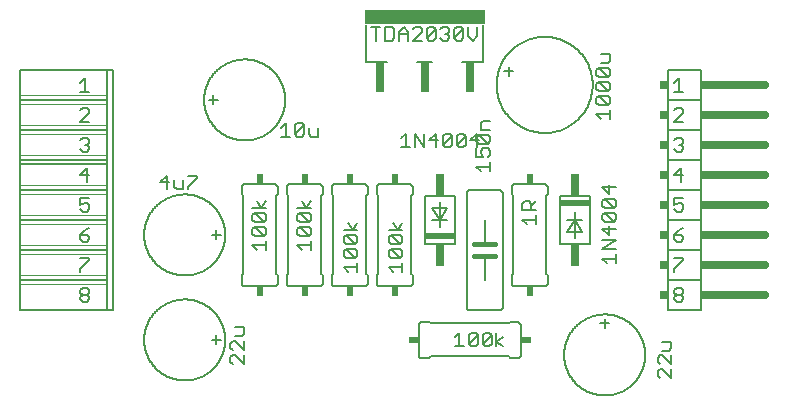
<source format=gbr>
G04 EAGLE Gerber X2 export*
G04 #@! %TF.Part,Single*
G04 #@! %TF.FileFunction,Legend,Top,1*
G04 #@! %TF.FilePolarity,Positive*
G04 #@! %TF.GenerationSoftware,Autodesk,EAGLE,9.0.0*
G04 #@! %TF.CreationDate,2019-08-08T19:11:55Z*
G75*
%MOMM*%
%FSLAX34Y34*%
%LPD*%
%AMOC8*
5,1,8,0,0,1.08239X$1,22.5*%
G01*
%ADD10C,0.152400*%
%ADD11C,0.127000*%
%ADD12R,10.160000X1.270000*%
%ADD13R,0.762000X2.540000*%
%ADD14R,0.609600X0.863600*%
%ADD15R,0.863600X0.609600*%
%ADD16R,2.540000X0.508000*%
%ADD17R,0.762000X1.905000*%
%ADD18C,0.406400*%
%ADD19C,0.050800*%
%ADD20C,0.660400*%
%ADD21R,0.762000X0.660400*%
%ADD22R,0.660400X0.660400*%


D10*
X417830Y285750D02*
X417830Y317500D01*
X318770Y317500D02*
X318770Y285750D01*
X336550Y285750D01*
X361950Y285750D02*
X374650Y285750D01*
X400050Y285750D02*
X417830Y285750D01*
D11*
X327028Y304165D02*
X327028Y315605D01*
X323215Y315605D02*
X330842Y315605D01*
X334909Y315605D02*
X334909Y304165D01*
X340629Y304165D01*
X342535Y306072D01*
X342535Y313698D01*
X340629Y315605D01*
X334909Y315605D01*
X346603Y311792D02*
X346603Y304165D01*
X346603Y311792D02*
X350416Y315605D01*
X354229Y311792D01*
X354229Y304165D01*
X354229Y309885D02*
X346603Y309885D01*
X358297Y304165D02*
X365923Y304165D01*
X358297Y304165D02*
X365923Y311792D01*
X365923Y313698D01*
X364017Y315605D01*
X360204Y315605D01*
X358297Y313698D01*
X369991Y313698D02*
X369991Y306072D01*
X369991Y313698D02*
X371898Y315605D01*
X375711Y315605D01*
X377617Y313698D01*
X377617Y306072D01*
X375711Y304165D01*
X371898Y304165D01*
X369991Y306072D01*
X377617Y313698D01*
X381685Y313698D02*
X383591Y315605D01*
X387405Y315605D01*
X389311Y313698D01*
X389311Y311792D01*
X387405Y309885D01*
X385498Y309885D01*
X387405Y309885D02*
X389311Y307978D01*
X389311Y306072D01*
X387405Y304165D01*
X383591Y304165D01*
X381685Y306072D01*
X393379Y306072D02*
X393379Y313698D01*
X395285Y315605D01*
X399099Y315605D01*
X401005Y313698D01*
X401005Y306072D01*
X399099Y304165D01*
X395285Y304165D01*
X393379Y306072D01*
X401005Y313698D01*
X405073Y315605D02*
X405073Y307978D01*
X408886Y304165D01*
X412699Y307978D01*
X412699Y315605D01*
D12*
X368300Y323850D03*
D13*
X330200Y273050D03*
X368300Y273050D03*
X406400Y273050D03*
D10*
X243840Y180340D02*
X243838Y180440D01*
X243832Y180539D01*
X243822Y180639D01*
X243809Y180737D01*
X243791Y180836D01*
X243770Y180933D01*
X243745Y181029D01*
X243716Y181125D01*
X243683Y181219D01*
X243647Y181312D01*
X243607Y181403D01*
X243563Y181493D01*
X243516Y181581D01*
X243466Y181667D01*
X243412Y181751D01*
X243355Y181833D01*
X243295Y181912D01*
X243231Y181990D01*
X243165Y182064D01*
X243096Y182136D01*
X243024Y182205D01*
X242950Y182271D01*
X242872Y182335D01*
X242793Y182395D01*
X242711Y182452D01*
X242627Y182506D01*
X242541Y182556D01*
X242453Y182603D01*
X242363Y182647D01*
X242272Y182687D01*
X242179Y182723D01*
X242085Y182756D01*
X241989Y182785D01*
X241893Y182810D01*
X241796Y182831D01*
X241697Y182849D01*
X241599Y182862D01*
X241499Y182872D01*
X241400Y182878D01*
X241300Y182880D01*
X215900Y182880D02*
X215800Y182878D01*
X215701Y182872D01*
X215601Y182862D01*
X215503Y182849D01*
X215404Y182831D01*
X215307Y182810D01*
X215211Y182785D01*
X215115Y182756D01*
X215021Y182723D01*
X214928Y182687D01*
X214837Y182647D01*
X214747Y182603D01*
X214659Y182556D01*
X214573Y182506D01*
X214489Y182452D01*
X214407Y182395D01*
X214328Y182335D01*
X214250Y182271D01*
X214176Y182205D01*
X214104Y182136D01*
X214035Y182064D01*
X213969Y181990D01*
X213905Y181912D01*
X213845Y181833D01*
X213788Y181751D01*
X213734Y181667D01*
X213684Y181581D01*
X213637Y181493D01*
X213593Y181403D01*
X213553Y181312D01*
X213517Y181219D01*
X213484Y181125D01*
X213455Y181029D01*
X213430Y180933D01*
X213409Y180836D01*
X213391Y180737D01*
X213378Y180639D01*
X213368Y180539D01*
X213362Y180440D01*
X213360Y180340D01*
X213360Y99060D02*
X213362Y98960D01*
X213368Y98861D01*
X213378Y98761D01*
X213391Y98663D01*
X213409Y98564D01*
X213430Y98467D01*
X213455Y98371D01*
X213484Y98275D01*
X213517Y98181D01*
X213553Y98088D01*
X213593Y97997D01*
X213637Y97907D01*
X213684Y97819D01*
X213734Y97733D01*
X213788Y97649D01*
X213845Y97567D01*
X213905Y97488D01*
X213969Y97410D01*
X214035Y97336D01*
X214104Y97264D01*
X214176Y97195D01*
X214250Y97129D01*
X214328Y97065D01*
X214407Y97005D01*
X214489Y96948D01*
X214573Y96894D01*
X214659Y96844D01*
X214747Y96797D01*
X214837Y96753D01*
X214928Y96713D01*
X215021Y96677D01*
X215115Y96644D01*
X215211Y96615D01*
X215307Y96590D01*
X215404Y96569D01*
X215503Y96551D01*
X215601Y96538D01*
X215701Y96528D01*
X215800Y96522D01*
X215900Y96520D01*
X241300Y96520D02*
X241400Y96522D01*
X241499Y96528D01*
X241599Y96538D01*
X241697Y96551D01*
X241796Y96569D01*
X241893Y96590D01*
X241989Y96615D01*
X242085Y96644D01*
X242179Y96677D01*
X242272Y96713D01*
X242363Y96753D01*
X242453Y96797D01*
X242541Y96844D01*
X242627Y96894D01*
X242711Y96948D01*
X242793Y97005D01*
X242872Y97065D01*
X242950Y97129D01*
X243024Y97195D01*
X243096Y97264D01*
X243165Y97336D01*
X243231Y97410D01*
X243295Y97488D01*
X243355Y97567D01*
X243412Y97649D01*
X243466Y97733D01*
X243516Y97819D01*
X243563Y97907D01*
X243607Y97997D01*
X243647Y98088D01*
X243683Y98181D01*
X243716Y98275D01*
X243745Y98371D01*
X243770Y98467D01*
X243791Y98564D01*
X243809Y98663D01*
X243822Y98761D01*
X243832Y98861D01*
X243838Y98960D01*
X243840Y99060D01*
X241300Y182880D02*
X215900Y182880D01*
X243840Y180340D02*
X243840Y173990D01*
X242570Y172720D01*
X213360Y173990D02*
X213360Y180340D01*
X213360Y173990D02*
X214630Y172720D01*
X242570Y106680D02*
X243840Y105410D01*
X242570Y106680D02*
X242570Y172720D01*
X214630Y106680D02*
X213360Y105410D01*
X214630Y106680D02*
X214630Y172720D01*
X243840Y105410D02*
X243840Y99060D01*
X213360Y99060D02*
X213360Y105410D01*
X215900Y96520D02*
X241300Y96520D01*
D11*
X226181Y127258D02*
X222367Y131071D01*
X233807Y131071D01*
X233807Y127258D02*
X233807Y134885D01*
X231900Y138952D02*
X224274Y138952D01*
X222367Y140859D01*
X222367Y144672D01*
X224274Y146579D01*
X231900Y146579D01*
X233807Y144672D01*
X233807Y140859D01*
X231900Y138952D01*
X224274Y146579D01*
X224274Y150646D02*
X231900Y150646D01*
X224274Y150646D02*
X222367Y152553D01*
X222367Y156366D01*
X224274Y158272D01*
X231900Y158272D01*
X233807Y156366D01*
X233807Y152553D01*
X231900Y150646D01*
X224274Y158272D01*
X222367Y162340D02*
X233807Y162340D01*
X229994Y162340D02*
X233807Y168060D01*
X229994Y162340D02*
X226181Y168060D01*
D14*
X228600Y92202D03*
X228600Y187198D03*
D10*
X447040Y35560D02*
X447140Y35562D01*
X447239Y35568D01*
X447339Y35578D01*
X447437Y35591D01*
X447536Y35609D01*
X447633Y35630D01*
X447729Y35655D01*
X447825Y35684D01*
X447919Y35717D01*
X448012Y35753D01*
X448103Y35793D01*
X448193Y35837D01*
X448281Y35884D01*
X448367Y35934D01*
X448451Y35988D01*
X448533Y36045D01*
X448612Y36105D01*
X448690Y36169D01*
X448764Y36235D01*
X448836Y36304D01*
X448905Y36376D01*
X448971Y36450D01*
X449035Y36528D01*
X449095Y36607D01*
X449152Y36689D01*
X449206Y36773D01*
X449256Y36859D01*
X449303Y36947D01*
X449347Y37037D01*
X449387Y37128D01*
X449423Y37221D01*
X449456Y37315D01*
X449485Y37411D01*
X449510Y37507D01*
X449531Y37604D01*
X449549Y37703D01*
X449562Y37801D01*
X449572Y37901D01*
X449578Y38000D01*
X449580Y38100D01*
X449580Y63500D02*
X449578Y63600D01*
X449572Y63699D01*
X449562Y63799D01*
X449549Y63897D01*
X449531Y63996D01*
X449510Y64093D01*
X449485Y64189D01*
X449456Y64285D01*
X449423Y64379D01*
X449387Y64472D01*
X449347Y64563D01*
X449303Y64653D01*
X449256Y64741D01*
X449206Y64827D01*
X449152Y64911D01*
X449095Y64993D01*
X449035Y65072D01*
X448971Y65150D01*
X448905Y65224D01*
X448836Y65296D01*
X448764Y65365D01*
X448690Y65431D01*
X448612Y65495D01*
X448533Y65555D01*
X448451Y65612D01*
X448367Y65666D01*
X448281Y65716D01*
X448193Y65763D01*
X448103Y65807D01*
X448012Y65847D01*
X447919Y65883D01*
X447825Y65916D01*
X447729Y65945D01*
X447633Y65970D01*
X447536Y65991D01*
X447437Y66009D01*
X447339Y66022D01*
X447239Y66032D01*
X447140Y66038D01*
X447040Y66040D01*
X365760Y66040D02*
X365660Y66038D01*
X365561Y66032D01*
X365461Y66022D01*
X365363Y66009D01*
X365264Y65991D01*
X365167Y65970D01*
X365071Y65945D01*
X364975Y65916D01*
X364881Y65883D01*
X364788Y65847D01*
X364697Y65807D01*
X364607Y65763D01*
X364519Y65716D01*
X364433Y65666D01*
X364349Y65612D01*
X364267Y65555D01*
X364188Y65495D01*
X364110Y65431D01*
X364036Y65365D01*
X363964Y65296D01*
X363895Y65224D01*
X363829Y65150D01*
X363765Y65072D01*
X363705Y64993D01*
X363648Y64911D01*
X363594Y64827D01*
X363544Y64741D01*
X363497Y64653D01*
X363453Y64563D01*
X363413Y64472D01*
X363377Y64379D01*
X363344Y64285D01*
X363315Y64189D01*
X363290Y64093D01*
X363269Y63996D01*
X363251Y63897D01*
X363238Y63799D01*
X363228Y63699D01*
X363222Y63600D01*
X363220Y63500D01*
X363220Y38100D02*
X363222Y38000D01*
X363228Y37901D01*
X363238Y37801D01*
X363251Y37703D01*
X363269Y37604D01*
X363290Y37507D01*
X363315Y37411D01*
X363344Y37315D01*
X363377Y37221D01*
X363413Y37128D01*
X363453Y37037D01*
X363497Y36947D01*
X363544Y36859D01*
X363594Y36773D01*
X363648Y36689D01*
X363705Y36607D01*
X363765Y36528D01*
X363829Y36450D01*
X363895Y36376D01*
X363964Y36304D01*
X364036Y36235D01*
X364110Y36169D01*
X364188Y36105D01*
X364267Y36045D01*
X364349Y35988D01*
X364433Y35934D01*
X364519Y35884D01*
X364607Y35837D01*
X364697Y35793D01*
X364788Y35753D01*
X364881Y35717D01*
X364975Y35684D01*
X365071Y35655D01*
X365167Y35630D01*
X365264Y35609D01*
X365363Y35591D01*
X365461Y35578D01*
X365561Y35568D01*
X365660Y35562D01*
X365760Y35560D01*
X449580Y38100D02*
X449580Y63500D01*
X447040Y35560D02*
X440690Y35560D01*
X439420Y36830D01*
X440690Y66040D02*
X447040Y66040D01*
X440690Y66040D02*
X439420Y64770D01*
X373380Y36830D02*
X372110Y35560D01*
X373380Y36830D02*
X439420Y36830D01*
X373380Y64770D02*
X372110Y66040D01*
X373380Y64770D02*
X439420Y64770D01*
X372110Y35560D02*
X365760Y35560D01*
X365760Y66040D02*
X372110Y66040D01*
X363220Y63500D02*
X363220Y38100D01*
D11*
X393958Y53220D02*
X397771Y57033D01*
X397771Y45593D01*
X393958Y45593D02*
X401585Y45593D01*
X405652Y47500D02*
X405652Y55126D01*
X407559Y57033D01*
X411372Y57033D01*
X413279Y55126D01*
X413279Y47500D01*
X411372Y45593D01*
X407559Y45593D01*
X405652Y47500D01*
X413279Y55126D01*
X417346Y55126D02*
X417346Y47500D01*
X417346Y55126D02*
X419253Y57033D01*
X423066Y57033D01*
X424972Y55126D01*
X424972Y47500D01*
X423066Y45593D01*
X419253Y45593D01*
X417346Y47500D01*
X424972Y55126D01*
X429040Y57033D02*
X429040Y45593D01*
X429040Y49406D02*
X434760Y45593D01*
X429040Y49406D02*
X434760Y53220D01*
D15*
X358902Y50800D03*
X453898Y50800D03*
D10*
X472440Y180340D02*
X472438Y180440D01*
X472432Y180539D01*
X472422Y180639D01*
X472409Y180737D01*
X472391Y180836D01*
X472370Y180933D01*
X472345Y181029D01*
X472316Y181125D01*
X472283Y181219D01*
X472247Y181312D01*
X472207Y181403D01*
X472163Y181493D01*
X472116Y181581D01*
X472066Y181667D01*
X472012Y181751D01*
X471955Y181833D01*
X471895Y181912D01*
X471831Y181990D01*
X471765Y182064D01*
X471696Y182136D01*
X471624Y182205D01*
X471550Y182271D01*
X471472Y182335D01*
X471393Y182395D01*
X471311Y182452D01*
X471227Y182506D01*
X471141Y182556D01*
X471053Y182603D01*
X470963Y182647D01*
X470872Y182687D01*
X470779Y182723D01*
X470685Y182756D01*
X470589Y182785D01*
X470493Y182810D01*
X470396Y182831D01*
X470297Y182849D01*
X470199Y182862D01*
X470099Y182872D01*
X470000Y182878D01*
X469900Y182880D01*
X444500Y182880D02*
X444400Y182878D01*
X444301Y182872D01*
X444201Y182862D01*
X444103Y182849D01*
X444004Y182831D01*
X443907Y182810D01*
X443811Y182785D01*
X443715Y182756D01*
X443621Y182723D01*
X443528Y182687D01*
X443437Y182647D01*
X443347Y182603D01*
X443259Y182556D01*
X443173Y182506D01*
X443089Y182452D01*
X443007Y182395D01*
X442928Y182335D01*
X442850Y182271D01*
X442776Y182205D01*
X442704Y182136D01*
X442635Y182064D01*
X442569Y181990D01*
X442505Y181912D01*
X442445Y181833D01*
X442388Y181751D01*
X442334Y181667D01*
X442284Y181581D01*
X442237Y181493D01*
X442193Y181403D01*
X442153Y181312D01*
X442117Y181219D01*
X442084Y181125D01*
X442055Y181029D01*
X442030Y180933D01*
X442009Y180836D01*
X441991Y180737D01*
X441978Y180639D01*
X441968Y180539D01*
X441962Y180440D01*
X441960Y180340D01*
X441960Y99060D02*
X441962Y98960D01*
X441968Y98861D01*
X441978Y98761D01*
X441991Y98663D01*
X442009Y98564D01*
X442030Y98467D01*
X442055Y98371D01*
X442084Y98275D01*
X442117Y98181D01*
X442153Y98088D01*
X442193Y97997D01*
X442237Y97907D01*
X442284Y97819D01*
X442334Y97733D01*
X442388Y97649D01*
X442445Y97567D01*
X442505Y97488D01*
X442569Y97410D01*
X442635Y97336D01*
X442704Y97264D01*
X442776Y97195D01*
X442850Y97129D01*
X442928Y97065D01*
X443007Y97005D01*
X443089Y96948D01*
X443173Y96894D01*
X443259Y96844D01*
X443347Y96797D01*
X443437Y96753D01*
X443528Y96713D01*
X443621Y96677D01*
X443715Y96644D01*
X443811Y96615D01*
X443907Y96590D01*
X444004Y96569D01*
X444103Y96551D01*
X444201Y96538D01*
X444301Y96528D01*
X444400Y96522D01*
X444500Y96520D01*
X469900Y96520D02*
X470000Y96522D01*
X470099Y96528D01*
X470199Y96538D01*
X470297Y96551D01*
X470396Y96569D01*
X470493Y96590D01*
X470589Y96615D01*
X470685Y96644D01*
X470779Y96677D01*
X470872Y96713D01*
X470963Y96753D01*
X471053Y96797D01*
X471141Y96844D01*
X471227Y96894D01*
X471311Y96948D01*
X471393Y97005D01*
X471472Y97065D01*
X471550Y97129D01*
X471624Y97195D01*
X471696Y97264D01*
X471765Y97336D01*
X471831Y97410D01*
X471895Y97488D01*
X471955Y97567D01*
X472012Y97649D01*
X472066Y97733D01*
X472116Y97819D01*
X472163Y97907D01*
X472207Y97997D01*
X472247Y98088D01*
X472283Y98181D01*
X472316Y98275D01*
X472345Y98371D01*
X472370Y98467D01*
X472391Y98564D01*
X472409Y98663D01*
X472422Y98761D01*
X472432Y98861D01*
X472438Y98960D01*
X472440Y99060D01*
X469900Y182880D02*
X444500Y182880D01*
X472440Y180340D02*
X472440Y173990D01*
X471170Y172720D01*
X441960Y173990D02*
X441960Y180340D01*
X441960Y173990D02*
X443230Y172720D01*
X471170Y106680D02*
X472440Y105410D01*
X471170Y106680D02*
X471170Y172720D01*
X443230Y106680D02*
X441960Y105410D01*
X443230Y106680D02*
X443230Y172720D01*
X472440Y105410D02*
X472440Y99060D01*
X441960Y99060D02*
X441960Y105410D01*
X444500Y96520D02*
X469900Y96520D01*
D11*
X454781Y148697D02*
X450967Y152510D01*
X462407Y152510D01*
X462407Y148697D02*
X462407Y156324D01*
X462407Y160391D02*
X450967Y160391D01*
X450967Y166111D01*
X452874Y168018D01*
X456687Y168018D01*
X458594Y166111D01*
X458594Y160391D01*
X458594Y164204D02*
X462407Y168018D01*
D14*
X457200Y92202D03*
X457200Y187198D03*
D10*
X330200Y96520D02*
X330100Y96522D01*
X330001Y96528D01*
X329901Y96538D01*
X329803Y96551D01*
X329704Y96569D01*
X329607Y96590D01*
X329511Y96615D01*
X329415Y96644D01*
X329321Y96677D01*
X329228Y96713D01*
X329137Y96753D01*
X329047Y96797D01*
X328959Y96844D01*
X328873Y96894D01*
X328789Y96948D01*
X328707Y97005D01*
X328628Y97065D01*
X328550Y97129D01*
X328476Y97195D01*
X328404Y97264D01*
X328335Y97336D01*
X328269Y97410D01*
X328205Y97488D01*
X328145Y97567D01*
X328088Y97649D01*
X328034Y97733D01*
X327984Y97819D01*
X327937Y97907D01*
X327893Y97997D01*
X327853Y98088D01*
X327817Y98181D01*
X327784Y98275D01*
X327755Y98371D01*
X327730Y98467D01*
X327709Y98564D01*
X327691Y98663D01*
X327678Y98761D01*
X327668Y98861D01*
X327662Y98960D01*
X327660Y99060D01*
X355600Y96520D02*
X355700Y96522D01*
X355799Y96528D01*
X355899Y96538D01*
X355997Y96551D01*
X356096Y96569D01*
X356193Y96590D01*
X356289Y96615D01*
X356385Y96644D01*
X356479Y96677D01*
X356572Y96713D01*
X356663Y96753D01*
X356753Y96797D01*
X356841Y96844D01*
X356927Y96894D01*
X357011Y96948D01*
X357093Y97005D01*
X357172Y97065D01*
X357250Y97129D01*
X357324Y97195D01*
X357396Y97264D01*
X357465Y97336D01*
X357531Y97410D01*
X357595Y97488D01*
X357655Y97567D01*
X357712Y97649D01*
X357766Y97733D01*
X357816Y97819D01*
X357863Y97907D01*
X357907Y97997D01*
X357947Y98088D01*
X357983Y98181D01*
X358016Y98275D01*
X358045Y98371D01*
X358070Y98467D01*
X358091Y98564D01*
X358109Y98663D01*
X358122Y98761D01*
X358132Y98861D01*
X358138Y98960D01*
X358140Y99060D01*
X358140Y180340D02*
X358138Y180440D01*
X358132Y180539D01*
X358122Y180639D01*
X358109Y180737D01*
X358091Y180836D01*
X358070Y180933D01*
X358045Y181029D01*
X358016Y181125D01*
X357983Y181219D01*
X357947Y181312D01*
X357907Y181403D01*
X357863Y181493D01*
X357816Y181581D01*
X357766Y181667D01*
X357712Y181751D01*
X357655Y181833D01*
X357595Y181912D01*
X357531Y181990D01*
X357465Y182064D01*
X357396Y182136D01*
X357324Y182205D01*
X357250Y182271D01*
X357172Y182335D01*
X357093Y182395D01*
X357011Y182452D01*
X356927Y182506D01*
X356841Y182556D01*
X356753Y182603D01*
X356663Y182647D01*
X356572Y182687D01*
X356479Y182723D01*
X356385Y182756D01*
X356289Y182785D01*
X356193Y182810D01*
X356096Y182831D01*
X355997Y182849D01*
X355899Y182862D01*
X355799Y182872D01*
X355700Y182878D01*
X355600Y182880D01*
X330200Y182880D02*
X330100Y182878D01*
X330001Y182872D01*
X329901Y182862D01*
X329803Y182849D01*
X329704Y182831D01*
X329607Y182810D01*
X329511Y182785D01*
X329415Y182756D01*
X329321Y182723D01*
X329228Y182687D01*
X329137Y182647D01*
X329047Y182603D01*
X328959Y182556D01*
X328873Y182506D01*
X328789Y182452D01*
X328707Y182395D01*
X328628Y182335D01*
X328550Y182271D01*
X328476Y182205D01*
X328404Y182136D01*
X328335Y182064D01*
X328269Y181990D01*
X328205Y181912D01*
X328145Y181833D01*
X328088Y181751D01*
X328034Y181667D01*
X327984Y181581D01*
X327937Y181493D01*
X327893Y181403D01*
X327853Y181312D01*
X327817Y181219D01*
X327784Y181125D01*
X327755Y181029D01*
X327730Y180933D01*
X327709Y180836D01*
X327691Y180737D01*
X327678Y180639D01*
X327668Y180539D01*
X327662Y180440D01*
X327660Y180340D01*
X330200Y96520D02*
X355600Y96520D01*
X327660Y99060D02*
X327660Y105410D01*
X328930Y106680D01*
X358140Y105410D02*
X358140Y99060D01*
X358140Y105410D02*
X356870Y106680D01*
X328930Y172720D02*
X327660Y173990D01*
X328930Y172720D02*
X328930Y106680D01*
X356870Y172720D02*
X358140Y173990D01*
X356870Y172720D02*
X356870Y106680D01*
X327660Y173990D02*
X327660Y180340D01*
X358140Y180340D02*
X358140Y173990D01*
X355600Y182880D02*
X330200Y182880D01*
D11*
X337683Y112398D02*
X341497Y108585D01*
X337683Y112398D02*
X349123Y112398D01*
X349123Y108585D02*
X349123Y116212D01*
X347216Y120279D02*
X339590Y120279D01*
X337683Y122186D01*
X337683Y125999D01*
X339590Y127905D01*
X347216Y127905D01*
X349123Y125999D01*
X349123Y122186D01*
X347216Y120279D01*
X339590Y127905D01*
X339590Y131973D02*
X347216Y131973D01*
X339590Y131973D02*
X337683Y133880D01*
X337683Y137693D01*
X339590Y139599D01*
X347216Y139599D01*
X349123Y137693D01*
X349123Y133880D01*
X347216Y131973D01*
X339590Y139599D01*
X337683Y143667D02*
X349123Y143667D01*
X345310Y143667D02*
X349123Y149387D01*
X345310Y143667D02*
X341497Y149387D01*
D14*
X342900Y187198D03*
X342900Y92202D03*
D10*
X482600Y132080D02*
X482600Y172720D01*
X482600Y132080D02*
X508000Y132080D01*
X508000Y172720D01*
X482600Y172720D01*
X495300Y158750D02*
X495300Y152400D01*
X501650Y142240D02*
X488950Y142240D01*
X495300Y152400D01*
X495300Y137160D01*
X501650Y142240D02*
X495300Y152400D01*
X501650Y152400D01*
X495300Y152400D02*
X488950Y152400D01*
D16*
X495300Y166370D03*
D17*
X495300Y122555D03*
X495300Y182245D03*
D11*
X518785Y119704D02*
X522599Y115891D01*
X518785Y119704D02*
X530225Y119704D01*
X530225Y115891D02*
X530225Y123518D01*
X530225Y127585D02*
X518785Y127585D01*
X530225Y135212D01*
X518785Y135212D01*
X518785Y144999D02*
X530225Y144999D01*
X524505Y139279D02*
X518785Y144999D01*
X524505Y146905D02*
X524505Y139279D01*
X528318Y150973D02*
X520692Y150973D01*
X518785Y152880D01*
X518785Y156693D01*
X520692Y158599D01*
X528318Y158599D01*
X530225Y156693D01*
X530225Y152880D01*
X528318Y150973D01*
X520692Y158599D01*
X520692Y162667D02*
X528318Y162667D01*
X520692Y162667D02*
X518785Y164574D01*
X518785Y168387D01*
X520692Y170293D01*
X528318Y170293D01*
X530225Y168387D01*
X530225Y164574D01*
X528318Y162667D01*
X520692Y170293D01*
X518785Y180081D02*
X530225Y180081D01*
X524505Y174361D02*
X518785Y180081D01*
X524505Y181987D02*
X524505Y174361D01*
D10*
X393700Y172720D02*
X393700Y132080D01*
X393700Y172720D02*
X368300Y172720D01*
X368300Y132080D01*
X393700Y132080D01*
X381000Y146050D02*
X381000Y152400D01*
X374650Y162560D02*
X387350Y162560D01*
X381000Y152400D01*
X381000Y167640D01*
X374650Y162560D02*
X381000Y152400D01*
X374650Y152400D01*
X381000Y152400D02*
X387350Y152400D01*
D16*
X381000Y138430D03*
D17*
X381000Y182245D03*
X381000Y122555D03*
D11*
X348615Y221622D02*
X352428Y225435D01*
X352428Y213995D01*
X348615Y213995D02*
X356242Y213995D01*
X360309Y213995D02*
X360309Y225435D01*
X367935Y213995D01*
X367935Y225435D01*
X377723Y225435D02*
X377723Y213995D01*
X372003Y219715D02*
X377723Y225435D01*
X379629Y219715D02*
X372003Y219715D01*
X383697Y215902D02*
X383697Y223528D01*
X385604Y225435D01*
X389417Y225435D01*
X391323Y223528D01*
X391323Y215902D01*
X389417Y213995D01*
X385604Y213995D01*
X383697Y215902D01*
X391323Y223528D01*
X395391Y223528D02*
X395391Y215902D01*
X395391Y223528D02*
X397298Y225435D01*
X401111Y225435D01*
X403017Y223528D01*
X403017Y215902D01*
X401111Y213995D01*
X397298Y213995D01*
X395391Y215902D01*
X403017Y223528D01*
X412805Y225435D02*
X412805Y213995D01*
X407085Y219715D02*
X412805Y225435D01*
X414711Y219715D02*
X407085Y219715D01*
D10*
X403860Y175260D02*
X403860Y78740D01*
X406400Y76200D02*
X431800Y76200D01*
X434340Y78740D02*
X434340Y175260D01*
X431800Y177800D02*
X406400Y177800D01*
X406300Y177798D01*
X406201Y177792D01*
X406101Y177782D01*
X406003Y177769D01*
X405904Y177751D01*
X405807Y177730D01*
X405711Y177705D01*
X405615Y177676D01*
X405521Y177643D01*
X405428Y177607D01*
X405337Y177567D01*
X405247Y177523D01*
X405159Y177476D01*
X405073Y177426D01*
X404989Y177372D01*
X404907Y177315D01*
X404828Y177255D01*
X404750Y177191D01*
X404676Y177125D01*
X404604Y177056D01*
X404535Y176984D01*
X404469Y176910D01*
X404405Y176832D01*
X404345Y176753D01*
X404288Y176671D01*
X404234Y176587D01*
X404184Y176501D01*
X404137Y176413D01*
X404093Y176323D01*
X404053Y176232D01*
X404017Y176139D01*
X403984Y176045D01*
X403955Y175949D01*
X403930Y175853D01*
X403909Y175756D01*
X403891Y175657D01*
X403878Y175559D01*
X403868Y175459D01*
X403862Y175360D01*
X403860Y175260D01*
X431800Y177800D02*
X431900Y177798D01*
X431999Y177792D01*
X432099Y177782D01*
X432197Y177769D01*
X432296Y177751D01*
X432393Y177730D01*
X432489Y177705D01*
X432585Y177676D01*
X432679Y177643D01*
X432772Y177607D01*
X432863Y177567D01*
X432953Y177523D01*
X433041Y177476D01*
X433127Y177426D01*
X433211Y177372D01*
X433293Y177315D01*
X433372Y177255D01*
X433450Y177191D01*
X433524Y177125D01*
X433596Y177056D01*
X433665Y176984D01*
X433731Y176910D01*
X433795Y176832D01*
X433855Y176753D01*
X433912Y176671D01*
X433966Y176587D01*
X434016Y176501D01*
X434063Y176413D01*
X434107Y176323D01*
X434147Y176232D01*
X434183Y176139D01*
X434216Y176045D01*
X434245Y175949D01*
X434270Y175853D01*
X434291Y175756D01*
X434309Y175657D01*
X434322Y175559D01*
X434332Y175459D01*
X434338Y175360D01*
X434340Y175260D01*
X434340Y78740D02*
X434338Y78640D01*
X434332Y78541D01*
X434322Y78441D01*
X434309Y78343D01*
X434291Y78244D01*
X434270Y78147D01*
X434245Y78051D01*
X434216Y77955D01*
X434183Y77861D01*
X434147Y77768D01*
X434107Y77677D01*
X434063Y77587D01*
X434016Y77499D01*
X433966Y77413D01*
X433912Y77329D01*
X433855Y77247D01*
X433795Y77168D01*
X433731Y77090D01*
X433665Y77016D01*
X433596Y76944D01*
X433524Y76875D01*
X433450Y76809D01*
X433372Y76745D01*
X433293Y76685D01*
X433211Y76628D01*
X433127Y76574D01*
X433041Y76524D01*
X432953Y76477D01*
X432863Y76433D01*
X432772Y76393D01*
X432679Y76357D01*
X432585Y76324D01*
X432489Y76295D01*
X432393Y76270D01*
X432296Y76249D01*
X432197Y76231D01*
X432099Y76218D01*
X431999Y76208D01*
X431900Y76202D01*
X431800Y76200D01*
X406400Y76200D02*
X406300Y76202D01*
X406201Y76208D01*
X406101Y76218D01*
X406003Y76231D01*
X405904Y76249D01*
X405807Y76270D01*
X405711Y76295D01*
X405615Y76324D01*
X405521Y76357D01*
X405428Y76393D01*
X405337Y76433D01*
X405247Y76477D01*
X405159Y76524D01*
X405073Y76574D01*
X404989Y76628D01*
X404907Y76685D01*
X404828Y76745D01*
X404750Y76809D01*
X404676Y76875D01*
X404604Y76944D01*
X404535Y77016D01*
X404469Y77090D01*
X404405Y77168D01*
X404345Y77247D01*
X404288Y77329D01*
X404234Y77413D01*
X404184Y77499D01*
X404137Y77587D01*
X404093Y77677D01*
X404053Y77768D01*
X404017Y77861D01*
X403984Y77955D01*
X403955Y78051D01*
X403930Y78147D01*
X403909Y78244D01*
X403891Y78343D01*
X403878Y78441D01*
X403868Y78541D01*
X403862Y78640D01*
X403860Y78740D01*
X419100Y132080D02*
X419100Y152400D01*
X419100Y121920D02*
X419100Y101600D01*
D18*
X419100Y121920D02*
X410210Y121920D01*
X419100Y121920D02*
X427990Y121920D01*
X419100Y132080D02*
X410210Y132080D01*
X419100Y132080D02*
X427990Y132080D01*
D11*
X415919Y193675D02*
X412105Y197488D01*
X423545Y197488D01*
X423545Y193675D02*
X423545Y201302D01*
X412105Y205369D02*
X412105Y212995D01*
X412105Y205369D02*
X417825Y205369D01*
X415919Y209182D01*
X415919Y211089D01*
X417825Y212995D01*
X421638Y212995D01*
X423545Y211089D01*
X423545Y207276D01*
X421638Y205369D01*
X421638Y217063D02*
X414012Y217063D01*
X412105Y218970D01*
X412105Y222783D01*
X414012Y224689D01*
X421638Y224689D01*
X423545Y222783D01*
X423545Y218970D01*
X421638Y217063D01*
X414012Y224689D01*
X415919Y228757D02*
X423545Y228757D01*
X415919Y228757D02*
X415919Y234477D01*
X417825Y236383D01*
X423545Y236383D01*
D10*
X193040Y254000D02*
X185420Y254000D01*
X189230Y250190D02*
X189230Y257810D01*
X181610Y254000D02*
X181620Y254842D01*
X181651Y255683D01*
X181703Y256523D01*
X181775Y257361D01*
X181868Y258197D01*
X181981Y259031D01*
X182115Y259862D01*
X182269Y260690D01*
X182443Y261513D01*
X182638Y262332D01*
X182852Y263146D01*
X183087Y263954D01*
X183341Y264756D01*
X183614Y265552D01*
X183908Y266341D01*
X184220Y267122D01*
X184552Y267896D01*
X184902Y268661D01*
X185271Y269417D01*
X185659Y270164D01*
X186065Y270901D01*
X186488Y271629D01*
X186930Y272345D01*
X187389Y273051D01*
X187865Y273744D01*
X188358Y274427D01*
X188868Y275096D01*
X189393Y275753D01*
X189935Y276397D01*
X190493Y277028D01*
X191066Y277644D01*
X191653Y278247D01*
X192256Y278834D01*
X192872Y279407D01*
X193503Y279965D01*
X194147Y280507D01*
X194804Y281032D01*
X195473Y281542D01*
X196156Y282035D01*
X196849Y282511D01*
X197555Y282970D01*
X198271Y283412D01*
X198999Y283835D01*
X199736Y284241D01*
X200483Y284629D01*
X201239Y284998D01*
X202004Y285348D01*
X202778Y285680D01*
X203559Y285992D01*
X204348Y286286D01*
X205144Y286559D01*
X205946Y286813D01*
X206754Y287048D01*
X207568Y287262D01*
X208387Y287457D01*
X209210Y287631D01*
X210038Y287785D01*
X210869Y287919D01*
X211703Y288032D01*
X212539Y288125D01*
X213377Y288197D01*
X214217Y288249D01*
X215058Y288280D01*
X215900Y288290D01*
X216742Y288280D01*
X217583Y288249D01*
X218423Y288197D01*
X219261Y288125D01*
X220097Y288032D01*
X220931Y287919D01*
X221762Y287785D01*
X222590Y287631D01*
X223413Y287457D01*
X224232Y287262D01*
X225046Y287048D01*
X225854Y286813D01*
X226656Y286559D01*
X227452Y286286D01*
X228241Y285992D01*
X229022Y285680D01*
X229796Y285348D01*
X230561Y284998D01*
X231317Y284629D01*
X232064Y284241D01*
X232801Y283835D01*
X233529Y283412D01*
X234245Y282970D01*
X234951Y282511D01*
X235644Y282035D01*
X236327Y281542D01*
X236996Y281032D01*
X237653Y280507D01*
X238297Y279965D01*
X238928Y279407D01*
X239544Y278834D01*
X240147Y278247D01*
X240734Y277644D01*
X241307Y277028D01*
X241865Y276397D01*
X242407Y275753D01*
X242932Y275096D01*
X243442Y274427D01*
X243935Y273744D01*
X244411Y273051D01*
X244870Y272345D01*
X245312Y271629D01*
X245735Y270901D01*
X246141Y270164D01*
X246529Y269417D01*
X246898Y268661D01*
X247248Y267896D01*
X247580Y267122D01*
X247892Y266341D01*
X248186Y265552D01*
X248459Y264756D01*
X248713Y263954D01*
X248948Y263146D01*
X249162Y262332D01*
X249357Y261513D01*
X249531Y260690D01*
X249685Y259862D01*
X249819Y259031D01*
X249932Y258197D01*
X250025Y257361D01*
X250097Y256523D01*
X250149Y255683D01*
X250180Y254842D01*
X250190Y254000D01*
X250180Y253158D01*
X250149Y252317D01*
X250097Y251477D01*
X250025Y250639D01*
X249932Y249803D01*
X249819Y248969D01*
X249685Y248138D01*
X249531Y247310D01*
X249357Y246487D01*
X249162Y245668D01*
X248948Y244854D01*
X248713Y244046D01*
X248459Y243244D01*
X248186Y242448D01*
X247892Y241659D01*
X247580Y240878D01*
X247248Y240104D01*
X246898Y239339D01*
X246529Y238583D01*
X246141Y237836D01*
X245735Y237099D01*
X245312Y236371D01*
X244870Y235655D01*
X244411Y234949D01*
X243935Y234256D01*
X243442Y233573D01*
X242932Y232904D01*
X242407Y232247D01*
X241865Y231603D01*
X241307Y230972D01*
X240734Y230356D01*
X240147Y229753D01*
X239544Y229166D01*
X238928Y228593D01*
X238297Y228035D01*
X237653Y227493D01*
X236996Y226968D01*
X236327Y226458D01*
X235644Y225965D01*
X234951Y225489D01*
X234245Y225030D01*
X233529Y224588D01*
X232801Y224165D01*
X232064Y223759D01*
X231317Y223371D01*
X230561Y223002D01*
X229796Y222652D01*
X229022Y222320D01*
X228241Y222008D01*
X227452Y221714D01*
X226656Y221441D01*
X225854Y221187D01*
X225046Y220952D01*
X224232Y220738D01*
X223413Y220543D01*
X222590Y220369D01*
X221762Y220215D01*
X220931Y220081D01*
X220097Y219968D01*
X219261Y219875D01*
X218423Y219803D01*
X217583Y219751D01*
X216742Y219720D01*
X215900Y219710D01*
X215058Y219720D01*
X214217Y219751D01*
X213377Y219803D01*
X212539Y219875D01*
X211703Y219968D01*
X210869Y220081D01*
X210038Y220215D01*
X209210Y220369D01*
X208387Y220543D01*
X207568Y220738D01*
X206754Y220952D01*
X205946Y221187D01*
X205144Y221441D01*
X204348Y221714D01*
X203559Y222008D01*
X202778Y222320D01*
X202004Y222652D01*
X201239Y223002D01*
X200483Y223371D01*
X199736Y223759D01*
X198999Y224165D01*
X198271Y224588D01*
X197555Y225030D01*
X196849Y225489D01*
X196156Y225965D01*
X195473Y226458D01*
X194804Y226968D01*
X194147Y227493D01*
X193503Y228035D01*
X192872Y228593D01*
X192256Y229166D01*
X191653Y229753D01*
X191066Y230356D01*
X190493Y230972D01*
X189935Y231603D01*
X189393Y232247D01*
X188868Y232904D01*
X188358Y233573D01*
X187865Y234256D01*
X187389Y234949D01*
X186930Y235655D01*
X186488Y236371D01*
X186065Y237099D01*
X185659Y237836D01*
X185271Y238583D01*
X184902Y239339D01*
X184552Y240104D01*
X184220Y240878D01*
X183908Y241659D01*
X183614Y242448D01*
X183341Y243244D01*
X183087Y244046D01*
X182852Y244854D01*
X182638Y245668D01*
X182443Y246487D01*
X182269Y247310D01*
X182115Y248138D01*
X181981Y248969D01*
X181868Y249803D01*
X181775Y250639D01*
X181703Y251477D01*
X181651Y252317D01*
X181620Y253158D01*
X181610Y254000D01*
D11*
X247015Y230512D02*
X250828Y234325D01*
X250828Y222885D01*
X247015Y222885D02*
X254642Y222885D01*
X258709Y224792D02*
X258709Y232418D01*
X260616Y234325D01*
X264429Y234325D01*
X266335Y232418D01*
X266335Y224792D01*
X264429Y222885D01*
X260616Y222885D01*
X258709Y224792D01*
X266335Y232418D01*
X270403Y230512D02*
X270403Y224792D01*
X272310Y222885D01*
X278029Y222885D01*
X278029Y230512D01*
D10*
X195580Y50800D02*
X187960Y50800D01*
X191770Y54610D02*
X191770Y46990D01*
X130810Y50800D02*
X130820Y51642D01*
X130851Y52483D01*
X130903Y53323D01*
X130975Y54161D01*
X131068Y54997D01*
X131181Y55831D01*
X131315Y56662D01*
X131469Y57490D01*
X131643Y58313D01*
X131838Y59132D01*
X132052Y59946D01*
X132287Y60754D01*
X132541Y61556D01*
X132814Y62352D01*
X133108Y63141D01*
X133420Y63922D01*
X133752Y64696D01*
X134102Y65461D01*
X134471Y66217D01*
X134859Y66964D01*
X135265Y67701D01*
X135688Y68429D01*
X136130Y69145D01*
X136589Y69851D01*
X137065Y70544D01*
X137558Y71227D01*
X138068Y71896D01*
X138593Y72553D01*
X139135Y73197D01*
X139693Y73828D01*
X140266Y74444D01*
X140853Y75047D01*
X141456Y75634D01*
X142072Y76207D01*
X142703Y76765D01*
X143347Y77307D01*
X144004Y77832D01*
X144673Y78342D01*
X145356Y78835D01*
X146049Y79311D01*
X146755Y79770D01*
X147471Y80212D01*
X148199Y80635D01*
X148936Y81041D01*
X149683Y81429D01*
X150439Y81798D01*
X151204Y82148D01*
X151978Y82480D01*
X152759Y82792D01*
X153548Y83086D01*
X154344Y83359D01*
X155146Y83613D01*
X155954Y83848D01*
X156768Y84062D01*
X157587Y84257D01*
X158410Y84431D01*
X159238Y84585D01*
X160069Y84719D01*
X160903Y84832D01*
X161739Y84925D01*
X162577Y84997D01*
X163417Y85049D01*
X164258Y85080D01*
X165100Y85090D01*
X165942Y85080D01*
X166783Y85049D01*
X167623Y84997D01*
X168461Y84925D01*
X169297Y84832D01*
X170131Y84719D01*
X170962Y84585D01*
X171790Y84431D01*
X172613Y84257D01*
X173432Y84062D01*
X174246Y83848D01*
X175054Y83613D01*
X175856Y83359D01*
X176652Y83086D01*
X177441Y82792D01*
X178222Y82480D01*
X178996Y82148D01*
X179761Y81798D01*
X180517Y81429D01*
X181264Y81041D01*
X182001Y80635D01*
X182729Y80212D01*
X183445Y79770D01*
X184151Y79311D01*
X184844Y78835D01*
X185527Y78342D01*
X186196Y77832D01*
X186853Y77307D01*
X187497Y76765D01*
X188128Y76207D01*
X188744Y75634D01*
X189347Y75047D01*
X189934Y74444D01*
X190507Y73828D01*
X191065Y73197D01*
X191607Y72553D01*
X192132Y71896D01*
X192642Y71227D01*
X193135Y70544D01*
X193611Y69851D01*
X194070Y69145D01*
X194512Y68429D01*
X194935Y67701D01*
X195341Y66964D01*
X195729Y66217D01*
X196098Y65461D01*
X196448Y64696D01*
X196780Y63922D01*
X197092Y63141D01*
X197386Y62352D01*
X197659Y61556D01*
X197913Y60754D01*
X198148Y59946D01*
X198362Y59132D01*
X198557Y58313D01*
X198731Y57490D01*
X198885Y56662D01*
X199019Y55831D01*
X199132Y54997D01*
X199225Y54161D01*
X199297Y53323D01*
X199349Y52483D01*
X199380Y51642D01*
X199390Y50800D01*
X199380Y49958D01*
X199349Y49117D01*
X199297Y48277D01*
X199225Y47439D01*
X199132Y46603D01*
X199019Y45769D01*
X198885Y44938D01*
X198731Y44110D01*
X198557Y43287D01*
X198362Y42468D01*
X198148Y41654D01*
X197913Y40846D01*
X197659Y40044D01*
X197386Y39248D01*
X197092Y38459D01*
X196780Y37678D01*
X196448Y36904D01*
X196098Y36139D01*
X195729Y35383D01*
X195341Y34636D01*
X194935Y33899D01*
X194512Y33171D01*
X194070Y32455D01*
X193611Y31749D01*
X193135Y31056D01*
X192642Y30373D01*
X192132Y29704D01*
X191607Y29047D01*
X191065Y28403D01*
X190507Y27772D01*
X189934Y27156D01*
X189347Y26553D01*
X188744Y25966D01*
X188128Y25393D01*
X187497Y24835D01*
X186853Y24293D01*
X186196Y23768D01*
X185527Y23258D01*
X184844Y22765D01*
X184151Y22289D01*
X183445Y21830D01*
X182729Y21388D01*
X182001Y20965D01*
X181264Y20559D01*
X180517Y20171D01*
X179761Y19802D01*
X178996Y19452D01*
X178222Y19120D01*
X177441Y18808D01*
X176652Y18514D01*
X175856Y18241D01*
X175054Y17987D01*
X174246Y17752D01*
X173432Y17538D01*
X172613Y17343D01*
X171790Y17169D01*
X170962Y17015D01*
X170131Y16881D01*
X169297Y16768D01*
X168461Y16675D01*
X167623Y16603D01*
X166783Y16551D01*
X165942Y16520D01*
X165100Y16510D01*
X164258Y16520D01*
X163417Y16551D01*
X162577Y16603D01*
X161739Y16675D01*
X160903Y16768D01*
X160069Y16881D01*
X159238Y17015D01*
X158410Y17169D01*
X157587Y17343D01*
X156768Y17538D01*
X155954Y17752D01*
X155146Y17987D01*
X154344Y18241D01*
X153548Y18514D01*
X152759Y18808D01*
X151978Y19120D01*
X151204Y19452D01*
X150439Y19802D01*
X149683Y20171D01*
X148936Y20559D01*
X148199Y20965D01*
X147471Y21388D01*
X146755Y21830D01*
X146049Y22289D01*
X145356Y22765D01*
X144673Y23258D01*
X144004Y23768D01*
X143347Y24293D01*
X142703Y24835D01*
X142072Y25393D01*
X141456Y25966D01*
X140853Y26553D01*
X140266Y27156D01*
X139693Y27772D01*
X139135Y28403D01*
X138593Y29047D01*
X138068Y29704D01*
X137558Y30373D01*
X137065Y31056D01*
X136589Y31749D01*
X136130Y32455D01*
X135688Y33171D01*
X135265Y33899D01*
X134859Y34636D01*
X134471Y35383D01*
X134102Y36139D01*
X133752Y36904D01*
X133420Y37678D01*
X133108Y38459D01*
X132814Y39248D01*
X132541Y40044D01*
X132287Y40846D01*
X132052Y41654D01*
X131838Y42468D01*
X131643Y43287D01*
X131469Y44110D01*
X131315Y44938D01*
X131181Y45769D01*
X131068Y46603D01*
X130975Y47439D01*
X130903Y48277D01*
X130851Y49117D01*
X130820Y49958D01*
X130810Y50800D01*
D11*
X215265Y37950D02*
X215265Y30323D01*
X207639Y37950D01*
X205732Y37950D01*
X203825Y36043D01*
X203825Y32230D01*
X205732Y30323D01*
X215265Y42017D02*
X215265Y49644D01*
X207639Y49644D02*
X215265Y42017D01*
X207639Y49644D02*
X205732Y49644D01*
X203825Y47737D01*
X203825Y43924D01*
X205732Y42017D01*
X207639Y53711D02*
X213358Y53711D01*
X215265Y55618D01*
X215265Y61337D01*
X207639Y61337D01*
D10*
X195580Y139700D02*
X187960Y139700D01*
X191770Y143510D02*
X191770Y135890D01*
X130810Y139700D02*
X130820Y140542D01*
X130851Y141383D01*
X130903Y142223D01*
X130975Y143061D01*
X131068Y143897D01*
X131181Y144731D01*
X131315Y145562D01*
X131469Y146390D01*
X131643Y147213D01*
X131838Y148032D01*
X132052Y148846D01*
X132287Y149654D01*
X132541Y150456D01*
X132814Y151252D01*
X133108Y152041D01*
X133420Y152822D01*
X133752Y153596D01*
X134102Y154361D01*
X134471Y155117D01*
X134859Y155864D01*
X135265Y156601D01*
X135688Y157329D01*
X136130Y158045D01*
X136589Y158751D01*
X137065Y159444D01*
X137558Y160127D01*
X138068Y160796D01*
X138593Y161453D01*
X139135Y162097D01*
X139693Y162728D01*
X140266Y163344D01*
X140853Y163947D01*
X141456Y164534D01*
X142072Y165107D01*
X142703Y165665D01*
X143347Y166207D01*
X144004Y166732D01*
X144673Y167242D01*
X145356Y167735D01*
X146049Y168211D01*
X146755Y168670D01*
X147471Y169112D01*
X148199Y169535D01*
X148936Y169941D01*
X149683Y170329D01*
X150439Y170698D01*
X151204Y171048D01*
X151978Y171380D01*
X152759Y171692D01*
X153548Y171986D01*
X154344Y172259D01*
X155146Y172513D01*
X155954Y172748D01*
X156768Y172962D01*
X157587Y173157D01*
X158410Y173331D01*
X159238Y173485D01*
X160069Y173619D01*
X160903Y173732D01*
X161739Y173825D01*
X162577Y173897D01*
X163417Y173949D01*
X164258Y173980D01*
X165100Y173990D01*
X165942Y173980D01*
X166783Y173949D01*
X167623Y173897D01*
X168461Y173825D01*
X169297Y173732D01*
X170131Y173619D01*
X170962Y173485D01*
X171790Y173331D01*
X172613Y173157D01*
X173432Y172962D01*
X174246Y172748D01*
X175054Y172513D01*
X175856Y172259D01*
X176652Y171986D01*
X177441Y171692D01*
X178222Y171380D01*
X178996Y171048D01*
X179761Y170698D01*
X180517Y170329D01*
X181264Y169941D01*
X182001Y169535D01*
X182729Y169112D01*
X183445Y168670D01*
X184151Y168211D01*
X184844Y167735D01*
X185527Y167242D01*
X186196Y166732D01*
X186853Y166207D01*
X187497Y165665D01*
X188128Y165107D01*
X188744Y164534D01*
X189347Y163947D01*
X189934Y163344D01*
X190507Y162728D01*
X191065Y162097D01*
X191607Y161453D01*
X192132Y160796D01*
X192642Y160127D01*
X193135Y159444D01*
X193611Y158751D01*
X194070Y158045D01*
X194512Y157329D01*
X194935Y156601D01*
X195341Y155864D01*
X195729Y155117D01*
X196098Y154361D01*
X196448Y153596D01*
X196780Y152822D01*
X197092Y152041D01*
X197386Y151252D01*
X197659Y150456D01*
X197913Y149654D01*
X198148Y148846D01*
X198362Y148032D01*
X198557Y147213D01*
X198731Y146390D01*
X198885Y145562D01*
X199019Y144731D01*
X199132Y143897D01*
X199225Y143061D01*
X199297Y142223D01*
X199349Y141383D01*
X199380Y140542D01*
X199390Y139700D01*
X199380Y138858D01*
X199349Y138017D01*
X199297Y137177D01*
X199225Y136339D01*
X199132Y135503D01*
X199019Y134669D01*
X198885Y133838D01*
X198731Y133010D01*
X198557Y132187D01*
X198362Y131368D01*
X198148Y130554D01*
X197913Y129746D01*
X197659Y128944D01*
X197386Y128148D01*
X197092Y127359D01*
X196780Y126578D01*
X196448Y125804D01*
X196098Y125039D01*
X195729Y124283D01*
X195341Y123536D01*
X194935Y122799D01*
X194512Y122071D01*
X194070Y121355D01*
X193611Y120649D01*
X193135Y119956D01*
X192642Y119273D01*
X192132Y118604D01*
X191607Y117947D01*
X191065Y117303D01*
X190507Y116672D01*
X189934Y116056D01*
X189347Y115453D01*
X188744Y114866D01*
X188128Y114293D01*
X187497Y113735D01*
X186853Y113193D01*
X186196Y112668D01*
X185527Y112158D01*
X184844Y111665D01*
X184151Y111189D01*
X183445Y110730D01*
X182729Y110288D01*
X182001Y109865D01*
X181264Y109459D01*
X180517Y109071D01*
X179761Y108702D01*
X178996Y108352D01*
X178222Y108020D01*
X177441Y107708D01*
X176652Y107414D01*
X175856Y107141D01*
X175054Y106887D01*
X174246Y106652D01*
X173432Y106438D01*
X172613Y106243D01*
X171790Y106069D01*
X170962Y105915D01*
X170131Y105781D01*
X169297Y105668D01*
X168461Y105575D01*
X167623Y105503D01*
X166783Y105451D01*
X165942Y105420D01*
X165100Y105410D01*
X164258Y105420D01*
X163417Y105451D01*
X162577Y105503D01*
X161739Y105575D01*
X160903Y105668D01*
X160069Y105781D01*
X159238Y105915D01*
X158410Y106069D01*
X157587Y106243D01*
X156768Y106438D01*
X155954Y106652D01*
X155146Y106887D01*
X154344Y107141D01*
X153548Y107414D01*
X152759Y107708D01*
X151978Y108020D01*
X151204Y108352D01*
X150439Y108702D01*
X149683Y109071D01*
X148936Y109459D01*
X148199Y109865D01*
X147471Y110288D01*
X146755Y110730D01*
X146049Y111189D01*
X145356Y111665D01*
X144673Y112158D01*
X144004Y112668D01*
X143347Y113193D01*
X142703Y113735D01*
X142072Y114293D01*
X141456Y114866D01*
X140853Y115453D01*
X140266Y116056D01*
X139693Y116672D01*
X139135Y117303D01*
X138593Y117947D01*
X138068Y118604D01*
X137558Y119273D01*
X137065Y119956D01*
X136589Y120649D01*
X136130Y121355D01*
X135688Y122071D01*
X135265Y122799D01*
X134859Y123536D01*
X134471Y124283D01*
X134102Y125039D01*
X133752Y125804D01*
X133420Y126578D01*
X133108Y127359D01*
X132814Y128148D01*
X132541Y128944D01*
X132287Y129746D01*
X132052Y130554D01*
X131838Y131368D01*
X131643Y132187D01*
X131469Y133010D01*
X131315Y133838D01*
X131181Y134669D01*
X131068Y135503D01*
X130975Y136339D01*
X130903Y137177D01*
X130851Y138017D01*
X130820Y138858D01*
X130810Y139700D01*
D11*
X150343Y178435D02*
X150343Y189875D01*
X144623Y184155D01*
X152250Y184155D01*
X156317Y186062D02*
X156317Y180342D01*
X158224Y178435D01*
X163944Y178435D01*
X163944Y186062D01*
X168011Y189875D02*
X175637Y189875D01*
X175637Y187968D01*
X168011Y180342D01*
X168011Y178435D01*
D10*
X520700Y68580D02*
X520700Y60960D01*
X516890Y64770D02*
X524510Y64770D01*
X486410Y38100D02*
X486420Y38942D01*
X486451Y39783D01*
X486503Y40623D01*
X486575Y41461D01*
X486668Y42297D01*
X486781Y43131D01*
X486915Y43962D01*
X487069Y44790D01*
X487243Y45613D01*
X487438Y46432D01*
X487652Y47246D01*
X487887Y48054D01*
X488141Y48856D01*
X488414Y49652D01*
X488708Y50441D01*
X489020Y51222D01*
X489352Y51996D01*
X489702Y52761D01*
X490071Y53517D01*
X490459Y54264D01*
X490865Y55001D01*
X491288Y55729D01*
X491730Y56445D01*
X492189Y57151D01*
X492665Y57844D01*
X493158Y58527D01*
X493668Y59196D01*
X494193Y59853D01*
X494735Y60497D01*
X495293Y61128D01*
X495866Y61744D01*
X496453Y62347D01*
X497056Y62934D01*
X497672Y63507D01*
X498303Y64065D01*
X498947Y64607D01*
X499604Y65132D01*
X500273Y65642D01*
X500956Y66135D01*
X501649Y66611D01*
X502355Y67070D01*
X503071Y67512D01*
X503799Y67935D01*
X504536Y68341D01*
X505283Y68729D01*
X506039Y69098D01*
X506804Y69448D01*
X507578Y69780D01*
X508359Y70092D01*
X509148Y70386D01*
X509944Y70659D01*
X510746Y70913D01*
X511554Y71148D01*
X512368Y71362D01*
X513187Y71557D01*
X514010Y71731D01*
X514838Y71885D01*
X515669Y72019D01*
X516503Y72132D01*
X517339Y72225D01*
X518177Y72297D01*
X519017Y72349D01*
X519858Y72380D01*
X520700Y72390D01*
X521542Y72380D01*
X522383Y72349D01*
X523223Y72297D01*
X524061Y72225D01*
X524897Y72132D01*
X525731Y72019D01*
X526562Y71885D01*
X527390Y71731D01*
X528213Y71557D01*
X529032Y71362D01*
X529846Y71148D01*
X530654Y70913D01*
X531456Y70659D01*
X532252Y70386D01*
X533041Y70092D01*
X533822Y69780D01*
X534596Y69448D01*
X535361Y69098D01*
X536117Y68729D01*
X536864Y68341D01*
X537601Y67935D01*
X538329Y67512D01*
X539045Y67070D01*
X539751Y66611D01*
X540444Y66135D01*
X541127Y65642D01*
X541796Y65132D01*
X542453Y64607D01*
X543097Y64065D01*
X543728Y63507D01*
X544344Y62934D01*
X544947Y62347D01*
X545534Y61744D01*
X546107Y61128D01*
X546665Y60497D01*
X547207Y59853D01*
X547732Y59196D01*
X548242Y58527D01*
X548735Y57844D01*
X549211Y57151D01*
X549670Y56445D01*
X550112Y55729D01*
X550535Y55001D01*
X550941Y54264D01*
X551329Y53517D01*
X551698Y52761D01*
X552048Y51996D01*
X552380Y51222D01*
X552692Y50441D01*
X552986Y49652D01*
X553259Y48856D01*
X553513Y48054D01*
X553748Y47246D01*
X553962Y46432D01*
X554157Y45613D01*
X554331Y44790D01*
X554485Y43962D01*
X554619Y43131D01*
X554732Y42297D01*
X554825Y41461D01*
X554897Y40623D01*
X554949Y39783D01*
X554980Y38942D01*
X554990Y38100D01*
X554980Y37258D01*
X554949Y36417D01*
X554897Y35577D01*
X554825Y34739D01*
X554732Y33903D01*
X554619Y33069D01*
X554485Y32238D01*
X554331Y31410D01*
X554157Y30587D01*
X553962Y29768D01*
X553748Y28954D01*
X553513Y28146D01*
X553259Y27344D01*
X552986Y26548D01*
X552692Y25759D01*
X552380Y24978D01*
X552048Y24204D01*
X551698Y23439D01*
X551329Y22683D01*
X550941Y21936D01*
X550535Y21199D01*
X550112Y20471D01*
X549670Y19755D01*
X549211Y19049D01*
X548735Y18356D01*
X548242Y17673D01*
X547732Y17004D01*
X547207Y16347D01*
X546665Y15703D01*
X546107Y15072D01*
X545534Y14456D01*
X544947Y13853D01*
X544344Y13266D01*
X543728Y12693D01*
X543097Y12135D01*
X542453Y11593D01*
X541796Y11068D01*
X541127Y10558D01*
X540444Y10065D01*
X539751Y9589D01*
X539045Y9130D01*
X538329Y8688D01*
X537601Y8265D01*
X536864Y7859D01*
X536117Y7471D01*
X535361Y7102D01*
X534596Y6752D01*
X533822Y6420D01*
X533041Y6108D01*
X532252Y5814D01*
X531456Y5541D01*
X530654Y5287D01*
X529846Y5052D01*
X529032Y4838D01*
X528213Y4643D01*
X527390Y4469D01*
X526562Y4315D01*
X525731Y4181D01*
X524897Y4068D01*
X524061Y3975D01*
X523223Y3903D01*
X522383Y3851D01*
X521542Y3820D01*
X520700Y3810D01*
X519858Y3820D01*
X519017Y3851D01*
X518177Y3903D01*
X517339Y3975D01*
X516503Y4068D01*
X515669Y4181D01*
X514838Y4315D01*
X514010Y4469D01*
X513187Y4643D01*
X512368Y4838D01*
X511554Y5052D01*
X510746Y5287D01*
X509944Y5541D01*
X509148Y5814D01*
X508359Y6108D01*
X507578Y6420D01*
X506804Y6752D01*
X506039Y7102D01*
X505283Y7471D01*
X504536Y7859D01*
X503799Y8265D01*
X503071Y8688D01*
X502355Y9130D01*
X501649Y9589D01*
X500956Y10065D01*
X500273Y10558D01*
X499604Y11068D01*
X498947Y11593D01*
X498303Y12135D01*
X497672Y12693D01*
X497056Y13266D01*
X496453Y13853D01*
X495866Y14456D01*
X495293Y15072D01*
X494735Y15703D01*
X494193Y16347D01*
X493668Y17004D01*
X493158Y17673D01*
X492665Y18356D01*
X492189Y19049D01*
X491730Y19755D01*
X491288Y20471D01*
X490865Y21199D01*
X490459Y21936D01*
X490071Y22683D01*
X489702Y23439D01*
X489352Y24204D01*
X489020Y24978D01*
X488708Y25759D01*
X488414Y26548D01*
X488141Y27344D01*
X487887Y28146D01*
X487652Y28954D01*
X487438Y29768D01*
X487243Y30587D01*
X487069Y31410D01*
X486915Y32238D01*
X486781Y33069D01*
X486668Y33903D01*
X486575Y34739D01*
X486503Y35577D01*
X486451Y36417D01*
X486420Y37258D01*
X486410Y38100D01*
D11*
X577215Y26042D02*
X577215Y18415D01*
X569589Y26042D01*
X567682Y26042D01*
X565775Y24135D01*
X565775Y20322D01*
X567682Y18415D01*
X577215Y30109D02*
X577215Y37735D01*
X577215Y30109D02*
X569589Y37735D01*
X567682Y37735D01*
X565775Y35829D01*
X565775Y32016D01*
X567682Y30109D01*
X569589Y41803D02*
X575308Y41803D01*
X577215Y43710D01*
X577215Y49429D01*
X569589Y49429D01*
D10*
X443230Y278130D02*
X435610Y278130D01*
X439420Y274320D02*
X439420Y281940D01*
X429260Y266700D02*
X429272Y267697D01*
X429309Y268694D01*
X429370Y269690D01*
X429456Y270683D01*
X429566Y271675D01*
X429700Y272663D01*
X429858Y273648D01*
X430041Y274628D01*
X430247Y275604D01*
X430478Y276575D01*
X430732Y277539D01*
X431010Y278497D01*
X431311Y279448D01*
X431636Y280391D01*
X431983Y281326D01*
X432354Y282252D01*
X432747Y283169D01*
X433162Y284076D01*
X433599Y284972D01*
X434059Y285858D01*
X434540Y286731D01*
X435042Y287593D01*
X435565Y288442D01*
X436109Y289278D01*
X436673Y290101D01*
X437258Y290909D01*
X437862Y291703D01*
X438485Y292482D01*
X439127Y293245D01*
X439788Y293992D01*
X440467Y294723D01*
X441163Y295437D01*
X441877Y296133D01*
X442608Y296812D01*
X443355Y297473D01*
X444118Y298115D01*
X444897Y298738D01*
X445691Y299342D01*
X446499Y299927D01*
X447322Y300491D01*
X448158Y301035D01*
X449007Y301558D01*
X449869Y302060D01*
X450742Y302541D01*
X451628Y303001D01*
X452524Y303438D01*
X453431Y303853D01*
X454348Y304246D01*
X455274Y304617D01*
X456209Y304964D01*
X457152Y305289D01*
X458103Y305590D01*
X459061Y305868D01*
X460025Y306122D01*
X460996Y306353D01*
X461972Y306559D01*
X462952Y306742D01*
X463937Y306900D01*
X464925Y307034D01*
X465917Y307144D01*
X466910Y307230D01*
X467906Y307291D01*
X468903Y307328D01*
X469900Y307340D01*
X470897Y307328D01*
X471894Y307291D01*
X472890Y307230D01*
X473883Y307144D01*
X474875Y307034D01*
X475863Y306900D01*
X476848Y306742D01*
X477828Y306559D01*
X478804Y306353D01*
X479775Y306122D01*
X480739Y305868D01*
X481697Y305590D01*
X482648Y305289D01*
X483591Y304964D01*
X484526Y304617D01*
X485452Y304246D01*
X486369Y303853D01*
X487276Y303438D01*
X488172Y303001D01*
X489058Y302541D01*
X489931Y302060D01*
X490793Y301558D01*
X491642Y301035D01*
X492478Y300491D01*
X493301Y299927D01*
X494109Y299342D01*
X494903Y298738D01*
X495682Y298115D01*
X496445Y297473D01*
X497192Y296812D01*
X497923Y296133D01*
X498637Y295437D01*
X499333Y294723D01*
X500012Y293992D01*
X500673Y293245D01*
X501315Y292482D01*
X501938Y291703D01*
X502542Y290909D01*
X503127Y290101D01*
X503691Y289278D01*
X504235Y288442D01*
X504758Y287593D01*
X505260Y286731D01*
X505741Y285858D01*
X506201Y284972D01*
X506638Y284076D01*
X507053Y283169D01*
X507446Y282252D01*
X507817Y281326D01*
X508164Y280391D01*
X508489Y279448D01*
X508790Y278497D01*
X509068Y277539D01*
X509322Y276575D01*
X509553Y275604D01*
X509759Y274628D01*
X509942Y273648D01*
X510100Y272663D01*
X510234Y271675D01*
X510344Y270683D01*
X510430Y269690D01*
X510491Y268694D01*
X510528Y267697D01*
X510540Y266700D01*
X510528Y265703D01*
X510491Y264706D01*
X510430Y263710D01*
X510344Y262717D01*
X510234Y261725D01*
X510100Y260737D01*
X509942Y259752D01*
X509759Y258772D01*
X509553Y257796D01*
X509322Y256825D01*
X509068Y255861D01*
X508790Y254903D01*
X508489Y253952D01*
X508164Y253009D01*
X507817Y252074D01*
X507446Y251148D01*
X507053Y250231D01*
X506638Y249324D01*
X506201Y248428D01*
X505741Y247542D01*
X505260Y246669D01*
X504758Y245807D01*
X504235Y244958D01*
X503691Y244122D01*
X503127Y243299D01*
X502542Y242491D01*
X501938Y241697D01*
X501315Y240918D01*
X500673Y240155D01*
X500012Y239408D01*
X499333Y238677D01*
X498637Y237963D01*
X497923Y237267D01*
X497192Y236588D01*
X496445Y235927D01*
X495682Y235285D01*
X494903Y234662D01*
X494109Y234058D01*
X493301Y233473D01*
X492478Y232909D01*
X491642Y232365D01*
X490793Y231842D01*
X489931Y231340D01*
X489058Y230859D01*
X488172Y230399D01*
X487276Y229962D01*
X486369Y229547D01*
X485452Y229154D01*
X484526Y228783D01*
X483591Y228436D01*
X482648Y228111D01*
X481697Y227810D01*
X480739Y227532D01*
X479775Y227278D01*
X478804Y227047D01*
X477828Y226841D01*
X476848Y226658D01*
X475863Y226500D01*
X474875Y226366D01*
X473883Y226256D01*
X472890Y226170D01*
X471894Y226109D01*
X470897Y226072D01*
X469900Y226060D01*
X468903Y226072D01*
X467906Y226109D01*
X466910Y226170D01*
X465917Y226256D01*
X464925Y226366D01*
X463937Y226500D01*
X462952Y226658D01*
X461972Y226841D01*
X460996Y227047D01*
X460025Y227278D01*
X459061Y227532D01*
X458103Y227810D01*
X457152Y228111D01*
X456209Y228436D01*
X455274Y228783D01*
X454348Y229154D01*
X453431Y229547D01*
X452524Y229962D01*
X451628Y230399D01*
X450742Y230859D01*
X449869Y231340D01*
X449007Y231842D01*
X448158Y232365D01*
X447322Y232909D01*
X446499Y233473D01*
X445691Y234058D01*
X444897Y234662D01*
X444118Y235285D01*
X443355Y235927D01*
X442608Y236588D01*
X441877Y237267D01*
X441163Y237963D01*
X440467Y238677D01*
X439788Y239408D01*
X439127Y240155D01*
X438485Y240918D01*
X437862Y241697D01*
X437258Y242491D01*
X436673Y243299D01*
X436109Y244122D01*
X435565Y244958D01*
X435042Y245807D01*
X434540Y246669D01*
X434059Y247542D01*
X433599Y248428D01*
X433162Y249324D01*
X432747Y250231D01*
X432354Y251148D01*
X431983Y252074D01*
X431636Y253009D01*
X431311Y253952D01*
X431010Y254903D01*
X430732Y255861D01*
X430478Y256825D01*
X430247Y257796D01*
X430041Y258772D01*
X429858Y259752D01*
X429700Y260737D01*
X429566Y261725D01*
X429456Y262717D01*
X429370Y263710D01*
X429309Y264706D01*
X429272Y265703D01*
X429260Y266700D01*
D11*
X513705Y241938D02*
X517519Y238125D01*
X513705Y241938D02*
X525145Y241938D01*
X525145Y238125D02*
X525145Y245752D01*
X523238Y249819D02*
X515612Y249819D01*
X513705Y251726D01*
X513705Y255539D01*
X515612Y257445D01*
X523238Y257445D01*
X525145Y255539D01*
X525145Y251726D01*
X523238Y249819D01*
X515612Y257445D01*
X515612Y261513D02*
X523238Y261513D01*
X515612Y261513D02*
X513705Y263420D01*
X513705Y267233D01*
X515612Y269139D01*
X523238Y269139D01*
X525145Y267233D01*
X525145Y263420D01*
X523238Y261513D01*
X515612Y269139D01*
X515612Y273207D02*
X523238Y273207D01*
X515612Y273207D02*
X513705Y275114D01*
X513705Y278927D01*
X515612Y280833D01*
X523238Y280833D01*
X525145Y278927D01*
X525145Y275114D01*
X523238Y273207D01*
X515612Y280833D01*
X517519Y284901D02*
X523238Y284901D01*
X525145Y286808D01*
X525145Y292527D01*
X517519Y292527D01*
D10*
X104140Y76200D02*
X99060Y76200D01*
X25400Y76200D01*
X25400Y97790D01*
X25400Y101600D01*
X25400Y105410D01*
X25400Y123190D01*
X25400Y127000D01*
X25400Y130810D01*
X25400Y148590D01*
X25400Y152400D01*
X25400Y156210D01*
X25400Y173990D01*
X25400Y177800D01*
X25400Y181610D01*
X25400Y199390D01*
X25400Y203200D02*
X99060Y203200D01*
X99060Y97790D02*
X99060Y76200D01*
X99060Y97790D02*
X99060Y101600D01*
X99060Y105410D01*
X99060Y123190D01*
X99060Y127000D01*
X99060Y130810D01*
X99060Y148590D01*
X99060Y152400D01*
X99060Y156210D01*
X99060Y173990D01*
X99060Y177800D01*
X99060Y181610D01*
X99060Y199390D01*
X99060Y203200D01*
X99060Y177800D02*
X25400Y177800D01*
X25400Y152400D02*
X99060Y152400D01*
X99060Y127000D02*
X25400Y127000D01*
X25400Y101600D02*
X99060Y101600D01*
D19*
X99060Y97790D02*
X25400Y97790D01*
X25400Y105410D02*
X99060Y105410D01*
X99060Y123190D02*
X25400Y123190D01*
X25400Y130810D02*
X99060Y130810D01*
X99060Y148590D02*
X25400Y148590D01*
X25400Y156210D02*
X99060Y156210D01*
X99060Y173990D02*
X25400Y173990D01*
X25400Y181610D02*
X99060Y181610D01*
D10*
X99060Y199390D02*
X25400Y199390D01*
X25400Y203200D01*
X25400Y207010D01*
D19*
X99060Y207010D01*
D10*
X104140Y279400D02*
X104140Y76200D01*
X25400Y207010D02*
X25400Y224790D01*
X25400Y228600D02*
X99060Y228600D01*
X99060Y207010D02*
X99060Y203200D01*
X99060Y207010D02*
X99060Y224790D01*
X99060Y228600D01*
D19*
X99060Y224790D02*
X25400Y224790D01*
D10*
X25400Y228600D01*
X25400Y232410D01*
X25400Y250190D01*
X25400Y254000D01*
X99060Y254000D01*
D19*
X99060Y232410D02*
X25400Y232410D01*
D10*
X99060Y232410D02*
X99060Y228600D01*
X99060Y232410D02*
X99060Y250190D01*
X99060Y254000D01*
X25400Y254000D02*
X25400Y257810D01*
X25400Y279400D01*
X99060Y279400D01*
X104140Y279400D01*
X99060Y257810D02*
X99060Y254000D01*
X99060Y257810D02*
X99060Y279400D01*
D19*
X99060Y257810D02*
X25400Y257810D01*
X25400Y250190D02*
X99060Y250190D01*
D11*
X84462Y235585D02*
X76835Y235585D01*
X84462Y243212D01*
X84462Y245118D01*
X82555Y247025D01*
X78742Y247025D01*
X76835Y245118D01*
X78742Y94625D02*
X76835Y92718D01*
X78742Y94625D02*
X82555Y94625D01*
X84462Y92718D01*
X84462Y90812D01*
X82555Y88905D01*
X84462Y86998D01*
X84462Y85092D01*
X82555Y83185D01*
X78742Y83185D01*
X76835Y85092D01*
X76835Y86998D01*
X78742Y88905D01*
X76835Y90812D01*
X76835Y92718D01*
X78742Y88905D02*
X82555Y88905D01*
X76835Y219718D02*
X78742Y221625D01*
X82555Y221625D01*
X84462Y219718D01*
X84462Y217812D01*
X82555Y215905D01*
X80648Y215905D01*
X82555Y215905D02*
X84462Y213998D01*
X84462Y212092D01*
X82555Y210185D01*
X78742Y210185D01*
X76835Y212092D01*
X82555Y196225D02*
X82555Y184785D01*
X76835Y190505D02*
X82555Y196225D01*
X84462Y190505D02*
X76835Y190505D01*
X76835Y170825D02*
X84462Y170825D01*
X76835Y170825D02*
X76835Y165105D01*
X80648Y167012D01*
X82555Y167012D01*
X84462Y165105D01*
X84462Y161292D01*
X82555Y159385D01*
X78742Y159385D01*
X76835Y161292D01*
X84462Y145425D02*
X80648Y143518D01*
X76835Y139705D01*
X76835Y135892D01*
X78742Y133985D01*
X82555Y133985D01*
X84462Y135892D01*
X84462Y137798D01*
X82555Y139705D01*
X76835Y139705D01*
X76835Y120025D02*
X84462Y120025D01*
X84462Y118118D01*
X76835Y110492D01*
X76835Y108585D01*
X76835Y268612D02*
X80648Y272425D01*
X80648Y260985D01*
X76835Y260985D02*
X84462Y260985D01*
D10*
X574040Y76200D02*
X601980Y76200D01*
X574040Y76200D02*
X574040Y101600D01*
X601980Y101600D02*
X601980Y76200D01*
X601980Y127000D02*
X574040Y127000D01*
X601980Y127000D02*
X601980Y152400D01*
X601980Y101600D02*
X574040Y101600D01*
X574040Y127000D01*
X601980Y127000D02*
X601980Y101600D01*
D20*
X609600Y139700D02*
X656590Y139700D01*
X656590Y114300D02*
X609600Y114300D01*
X609600Y88900D02*
X656590Y88900D01*
D10*
X574040Y127000D02*
X574040Y152400D01*
X574040Y177800D01*
X601980Y177800D01*
X574040Y177800D02*
X574040Y203200D01*
X601980Y203200D01*
X601980Y177800D01*
X601980Y152400D02*
X574040Y152400D01*
X601980Y152400D02*
X601980Y177800D01*
X574040Y203200D02*
X574040Y228600D01*
X601980Y228600D02*
X601980Y203200D01*
X601980Y254000D02*
X574040Y254000D01*
X574040Y279400D01*
X601980Y279400D01*
X601980Y254000D01*
X601980Y228600D02*
X574040Y228600D01*
X574040Y254000D01*
X601980Y254000D02*
X601980Y228600D01*
D20*
X609600Y266700D02*
X656590Y266700D01*
X656590Y241300D02*
X609600Y241300D01*
X609600Y215900D02*
X656590Y215900D01*
X656590Y190500D02*
X609600Y190500D01*
X609600Y165100D02*
X656590Y165100D01*
D11*
X579755Y268612D02*
X583568Y272425D01*
X583568Y260985D01*
X579755Y260985D02*
X587382Y260985D01*
X587382Y235585D02*
X579755Y235585D01*
X587382Y243212D01*
X587382Y245118D01*
X585475Y247025D01*
X581662Y247025D01*
X579755Y245118D01*
X581662Y221625D02*
X579755Y219718D01*
X581662Y221625D02*
X585475Y221625D01*
X587382Y219718D01*
X587382Y217812D01*
X585475Y215905D01*
X583568Y215905D01*
X585475Y215905D02*
X587382Y213998D01*
X587382Y212092D01*
X585475Y210185D01*
X581662Y210185D01*
X579755Y212092D01*
X585475Y196225D02*
X585475Y184785D01*
X579755Y190505D02*
X585475Y196225D01*
X587382Y190505D02*
X579755Y190505D01*
X579755Y170825D02*
X587382Y170825D01*
X579755Y170825D02*
X579755Y165105D01*
X583568Y167012D01*
X585475Y167012D01*
X587382Y165105D01*
X587382Y161292D01*
X585475Y159385D01*
X581662Y159385D01*
X579755Y161292D01*
X587382Y145425D02*
X583568Y143518D01*
X579755Y139705D01*
X579755Y135892D01*
X581662Y133985D01*
X585475Y133985D01*
X587382Y135892D01*
X587382Y137798D01*
X585475Y139705D01*
X579755Y139705D01*
X579755Y120025D02*
X587382Y120025D01*
X587382Y118118D01*
X579755Y110492D01*
X579755Y108585D01*
X581662Y94625D02*
X579755Y92718D01*
X581662Y94625D02*
X585475Y94625D01*
X587382Y92718D01*
X587382Y90812D01*
X585475Y88905D01*
X587382Y86998D01*
X587382Y85092D01*
X585475Y83185D01*
X581662Y83185D01*
X579755Y85092D01*
X579755Y86998D01*
X581662Y88905D01*
X579755Y90812D01*
X579755Y92718D01*
X581662Y88905D02*
X585475Y88905D01*
D21*
X605790Y139700D03*
X605790Y114300D03*
X605790Y88900D03*
X605790Y266700D03*
X605790Y241300D03*
X605790Y215900D03*
X605790Y190500D03*
X605790Y165100D03*
D22*
X570738Y88900D03*
X570738Y114300D03*
X570738Y139700D03*
X570738Y165100D03*
X570738Y190500D03*
X570738Y215900D03*
X570738Y241300D03*
X570738Y266700D03*
D10*
X292100Y96520D02*
X292000Y96522D01*
X291901Y96528D01*
X291801Y96538D01*
X291703Y96551D01*
X291604Y96569D01*
X291507Y96590D01*
X291411Y96615D01*
X291315Y96644D01*
X291221Y96677D01*
X291128Y96713D01*
X291037Y96753D01*
X290947Y96797D01*
X290859Y96844D01*
X290773Y96894D01*
X290689Y96948D01*
X290607Y97005D01*
X290528Y97065D01*
X290450Y97129D01*
X290376Y97195D01*
X290304Y97264D01*
X290235Y97336D01*
X290169Y97410D01*
X290105Y97488D01*
X290045Y97567D01*
X289988Y97649D01*
X289934Y97733D01*
X289884Y97819D01*
X289837Y97907D01*
X289793Y97997D01*
X289753Y98088D01*
X289717Y98181D01*
X289684Y98275D01*
X289655Y98371D01*
X289630Y98467D01*
X289609Y98564D01*
X289591Y98663D01*
X289578Y98761D01*
X289568Y98861D01*
X289562Y98960D01*
X289560Y99060D01*
X317500Y96520D02*
X317600Y96522D01*
X317699Y96528D01*
X317799Y96538D01*
X317897Y96551D01*
X317996Y96569D01*
X318093Y96590D01*
X318189Y96615D01*
X318285Y96644D01*
X318379Y96677D01*
X318472Y96713D01*
X318563Y96753D01*
X318653Y96797D01*
X318741Y96844D01*
X318827Y96894D01*
X318911Y96948D01*
X318993Y97005D01*
X319072Y97065D01*
X319150Y97129D01*
X319224Y97195D01*
X319296Y97264D01*
X319365Y97336D01*
X319431Y97410D01*
X319495Y97488D01*
X319555Y97567D01*
X319612Y97649D01*
X319666Y97733D01*
X319716Y97819D01*
X319763Y97907D01*
X319807Y97997D01*
X319847Y98088D01*
X319883Y98181D01*
X319916Y98275D01*
X319945Y98371D01*
X319970Y98467D01*
X319991Y98564D01*
X320009Y98663D01*
X320022Y98761D01*
X320032Y98861D01*
X320038Y98960D01*
X320040Y99060D01*
X320040Y180340D02*
X320038Y180440D01*
X320032Y180539D01*
X320022Y180639D01*
X320009Y180737D01*
X319991Y180836D01*
X319970Y180933D01*
X319945Y181029D01*
X319916Y181125D01*
X319883Y181219D01*
X319847Y181312D01*
X319807Y181403D01*
X319763Y181493D01*
X319716Y181581D01*
X319666Y181667D01*
X319612Y181751D01*
X319555Y181833D01*
X319495Y181912D01*
X319431Y181990D01*
X319365Y182064D01*
X319296Y182136D01*
X319224Y182205D01*
X319150Y182271D01*
X319072Y182335D01*
X318993Y182395D01*
X318911Y182452D01*
X318827Y182506D01*
X318741Y182556D01*
X318653Y182603D01*
X318563Y182647D01*
X318472Y182687D01*
X318379Y182723D01*
X318285Y182756D01*
X318189Y182785D01*
X318093Y182810D01*
X317996Y182831D01*
X317897Y182849D01*
X317799Y182862D01*
X317699Y182872D01*
X317600Y182878D01*
X317500Y182880D01*
X292100Y182880D02*
X292000Y182878D01*
X291901Y182872D01*
X291801Y182862D01*
X291703Y182849D01*
X291604Y182831D01*
X291507Y182810D01*
X291411Y182785D01*
X291315Y182756D01*
X291221Y182723D01*
X291128Y182687D01*
X291037Y182647D01*
X290947Y182603D01*
X290859Y182556D01*
X290773Y182506D01*
X290689Y182452D01*
X290607Y182395D01*
X290528Y182335D01*
X290450Y182271D01*
X290376Y182205D01*
X290304Y182136D01*
X290235Y182064D01*
X290169Y181990D01*
X290105Y181912D01*
X290045Y181833D01*
X289988Y181751D01*
X289934Y181667D01*
X289884Y181581D01*
X289837Y181493D01*
X289793Y181403D01*
X289753Y181312D01*
X289717Y181219D01*
X289684Y181125D01*
X289655Y181029D01*
X289630Y180933D01*
X289609Y180836D01*
X289591Y180737D01*
X289578Y180639D01*
X289568Y180539D01*
X289562Y180440D01*
X289560Y180340D01*
X292100Y96520D02*
X317500Y96520D01*
X289560Y99060D02*
X289560Y105410D01*
X290830Y106680D01*
X320040Y105410D02*
X320040Y99060D01*
X320040Y105410D02*
X318770Y106680D01*
X290830Y172720D02*
X289560Y173990D01*
X290830Y172720D02*
X290830Y106680D01*
X318770Y172720D02*
X320040Y173990D01*
X318770Y172720D02*
X318770Y106680D01*
X289560Y173990D02*
X289560Y180340D01*
X320040Y180340D02*
X320040Y173990D01*
X317500Y182880D02*
X292100Y182880D01*
D11*
X299583Y112398D02*
X303397Y108585D01*
X299583Y112398D02*
X311023Y112398D01*
X311023Y108585D02*
X311023Y116212D01*
X309116Y120279D02*
X301490Y120279D01*
X299583Y122186D01*
X299583Y125999D01*
X301490Y127905D01*
X309116Y127905D01*
X311023Y125999D01*
X311023Y122186D01*
X309116Y120279D01*
X301490Y127905D01*
X301490Y131973D02*
X309116Y131973D01*
X301490Y131973D02*
X299583Y133880D01*
X299583Y137693D01*
X301490Y139599D01*
X309116Y139599D01*
X311023Y137693D01*
X311023Y133880D01*
X309116Y131973D01*
X301490Y139599D01*
X299583Y143667D02*
X311023Y143667D01*
X307210Y143667D02*
X311023Y149387D01*
X307210Y143667D02*
X303397Y149387D01*
D14*
X304800Y187198D03*
X304800Y92202D03*
D10*
X281940Y180340D02*
X281938Y180440D01*
X281932Y180539D01*
X281922Y180639D01*
X281909Y180737D01*
X281891Y180836D01*
X281870Y180933D01*
X281845Y181029D01*
X281816Y181125D01*
X281783Y181219D01*
X281747Y181312D01*
X281707Y181403D01*
X281663Y181493D01*
X281616Y181581D01*
X281566Y181667D01*
X281512Y181751D01*
X281455Y181833D01*
X281395Y181912D01*
X281331Y181990D01*
X281265Y182064D01*
X281196Y182136D01*
X281124Y182205D01*
X281050Y182271D01*
X280972Y182335D01*
X280893Y182395D01*
X280811Y182452D01*
X280727Y182506D01*
X280641Y182556D01*
X280553Y182603D01*
X280463Y182647D01*
X280372Y182687D01*
X280279Y182723D01*
X280185Y182756D01*
X280089Y182785D01*
X279993Y182810D01*
X279896Y182831D01*
X279797Y182849D01*
X279699Y182862D01*
X279599Y182872D01*
X279500Y182878D01*
X279400Y182880D01*
X254000Y182880D02*
X253900Y182878D01*
X253801Y182872D01*
X253701Y182862D01*
X253603Y182849D01*
X253504Y182831D01*
X253407Y182810D01*
X253311Y182785D01*
X253215Y182756D01*
X253121Y182723D01*
X253028Y182687D01*
X252937Y182647D01*
X252847Y182603D01*
X252759Y182556D01*
X252673Y182506D01*
X252589Y182452D01*
X252507Y182395D01*
X252428Y182335D01*
X252350Y182271D01*
X252276Y182205D01*
X252204Y182136D01*
X252135Y182064D01*
X252069Y181990D01*
X252005Y181912D01*
X251945Y181833D01*
X251888Y181751D01*
X251834Y181667D01*
X251784Y181581D01*
X251737Y181493D01*
X251693Y181403D01*
X251653Y181312D01*
X251617Y181219D01*
X251584Y181125D01*
X251555Y181029D01*
X251530Y180933D01*
X251509Y180836D01*
X251491Y180737D01*
X251478Y180639D01*
X251468Y180539D01*
X251462Y180440D01*
X251460Y180340D01*
X251460Y99060D02*
X251462Y98960D01*
X251468Y98861D01*
X251478Y98761D01*
X251491Y98663D01*
X251509Y98564D01*
X251530Y98467D01*
X251555Y98371D01*
X251584Y98275D01*
X251617Y98181D01*
X251653Y98088D01*
X251693Y97997D01*
X251737Y97907D01*
X251784Y97819D01*
X251834Y97733D01*
X251888Y97649D01*
X251945Y97567D01*
X252005Y97488D01*
X252069Y97410D01*
X252135Y97336D01*
X252204Y97264D01*
X252276Y97195D01*
X252350Y97129D01*
X252428Y97065D01*
X252507Y97005D01*
X252589Y96948D01*
X252673Y96894D01*
X252759Y96844D01*
X252847Y96797D01*
X252937Y96753D01*
X253028Y96713D01*
X253121Y96677D01*
X253215Y96644D01*
X253311Y96615D01*
X253407Y96590D01*
X253504Y96569D01*
X253603Y96551D01*
X253701Y96538D01*
X253801Y96528D01*
X253900Y96522D01*
X254000Y96520D01*
X279400Y96520D02*
X279500Y96522D01*
X279599Y96528D01*
X279699Y96538D01*
X279797Y96551D01*
X279896Y96569D01*
X279993Y96590D01*
X280089Y96615D01*
X280185Y96644D01*
X280279Y96677D01*
X280372Y96713D01*
X280463Y96753D01*
X280553Y96797D01*
X280641Y96844D01*
X280727Y96894D01*
X280811Y96948D01*
X280893Y97005D01*
X280972Y97065D01*
X281050Y97129D01*
X281124Y97195D01*
X281196Y97264D01*
X281265Y97336D01*
X281331Y97410D01*
X281395Y97488D01*
X281455Y97567D01*
X281512Y97649D01*
X281566Y97733D01*
X281616Y97819D01*
X281663Y97907D01*
X281707Y97997D01*
X281747Y98088D01*
X281783Y98181D01*
X281816Y98275D01*
X281845Y98371D01*
X281870Y98467D01*
X281891Y98564D01*
X281909Y98663D01*
X281922Y98761D01*
X281932Y98861D01*
X281938Y98960D01*
X281940Y99060D01*
X279400Y182880D02*
X254000Y182880D01*
X281940Y180340D02*
X281940Y173990D01*
X280670Y172720D01*
X251460Y173990D02*
X251460Y180340D01*
X251460Y173990D02*
X252730Y172720D01*
X280670Y106680D02*
X281940Y105410D01*
X280670Y106680D02*
X280670Y172720D01*
X252730Y106680D02*
X251460Y105410D01*
X252730Y106680D02*
X252730Y172720D01*
X281940Y105410D02*
X281940Y99060D01*
X251460Y99060D02*
X251460Y105410D01*
X254000Y96520D02*
X279400Y96520D01*
D11*
X264281Y127258D02*
X260467Y131071D01*
X271907Y131071D01*
X271907Y127258D02*
X271907Y134885D01*
X270000Y138952D02*
X262374Y138952D01*
X260467Y140859D01*
X260467Y144672D01*
X262374Y146579D01*
X270000Y146579D01*
X271907Y144672D01*
X271907Y140859D01*
X270000Y138952D01*
X262374Y146579D01*
X262374Y150646D02*
X270000Y150646D01*
X262374Y150646D02*
X260467Y152553D01*
X260467Y156366D01*
X262374Y158272D01*
X270000Y158272D01*
X271907Y156366D01*
X271907Y152553D01*
X270000Y150646D01*
X262374Y158272D01*
X260467Y162340D02*
X271907Y162340D01*
X268094Y162340D02*
X271907Y168060D01*
X268094Y162340D02*
X264281Y168060D01*
D14*
X266700Y92202D03*
X266700Y187198D03*
M02*

</source>
